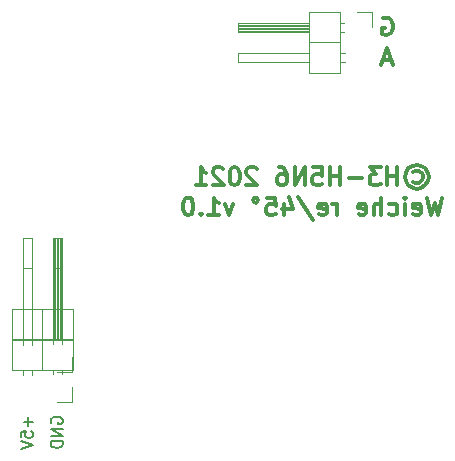
<source format=gbo>
G04 #@! TF.GenerationSoftware,KiCad,Pcbnew,5.1.10*
G04 #@! TF.CreationDate,2021-05-04T22:43:39+02:00*
G04 #@! TF.ProjectId,Weichensimulator-45rechts,57656963-6865-46e7-9369-6d756c61746f,rev?*
G04 #@! TF.SameCoordinates,Original*
G04 #@! TF.FileFunction,Legend,Bot*
G04 #@! TF.FilePolarity,Positive*
%FSLAX46Y46*%
G04 Gerber Fmt 4.6, Leading zero omitted, Abs format (unit mm)*
G04 Created by KiCad (PCBNEW 5.1.10) date 2021-05-04 22:43:39*
%MOMM*%
%LPD*%
G01*
G04 APERTURE LIST*
%ADD10C,0.150000*%
%ADD11C,0.300000*%
%ADD12C,0.120000*%
%ADD13C,3.200000*%
%ADD14C,1.800000*%
%ADD15C,0.100000*%
%ADD16C,1.500000*%
%ADD17R,1.800000X1.800000*%
%ADD18O,1.600000X1.600000*%
%ADD19C,1.600000*%
%ADD20O,1.700000X1.700000*%
%ADD21R,1.700000X1.700000*%
G04 APERTURE END LIST*
D10*
X130881428Y-130794285D02*
X130881428Y-131556190D01*
X131262380Y-131175238D02*
X130500476Y-131175238D01*
X130262380Y-132508571D02*
X130262380Y-132032380D01*
X130738571Y-131984761D01*
X130690952Y-132032380D01*
X130643333Y-132127619D01*
X130643333Y-132365714D01*
X130690952Y-132460952D01*
X130738571Y-132508571D01*
X130833809Y-132556190D01*
X131071904Y-132556190D01*
X131167142Y-132508571D01*
X131214761Y-132460952D01*
X131262380Y-132365714D01*
X131262380Y-132127619D01*
X131214761Y-132032380D01*
X131167142Y-131984761D01*
X130262380Y-132841904D02*
X131262380Y-133175238D01*
X130262380Y-133508571D01*
X132850000Y-131318095D02*
X132802380Y-131222857D01*
X132802380Y-131080000D01*
X132850000Y-130937142D01*
X132945238Y-130841904D01*
X133040476Y-130794285D01*
X133230952Y-130746666D01*
X133373809Y-130746666D01*
X133564285Y-130794285D01*
X133659523Y-130841904D01*
X133754761Y-130937142D01*
X133802380Y-131080000D01*
X133802380Y-131175238D01*
X133754761Y-131318095D01*
X133707142Y-131365714D01*
X133373809Y-131365714D01*
X133373809Y-131175238D01*
X133802380Y-131794285D02*
X132802380Y-131794285D01*
X133802380Y-132365714D01*
X132802380Y-132365714D01*
X133802380Y-132841904D02*
X132802380Y-132841904D01*
X132802380Y-133080000D01*
X132850000Y-133222857D01*
X132945238Y-133318095D01*
X133040476Y-133365714D01*
X133230952Y-133413333D01*
X133373809Y-133413333D01*
X133564285Y-133365714D01*
X133659523Y-133318095D01*
X133754761Y-133222857D01*
X133802380Y-133080000D01*
X133802380Y-132841904D01*
D11*
X160932857Y-100580000D02*
X161647142Y-100580000D01*
X160790000Y-101008571D02*
X161290000Y-99508571D01*
X161790000Y-101008571D01*
X160897142Y-97040000D02*
X161040000Y-96968571D01*
X161254285Y-96968571D01*
X161468571Y-97040000D01*
X161611428Y-97182857D01*
X161682857Y-97325714D01*
X161754285Y-97611428D01*
X161754285Y-97825714D01*
X161682857Y-98111428D01*
X161611428Y-98254285D01*
X161468571Y-98397142D01*
X161254285Y-98468571D01*
X161111428Y-98468571D01*
X160897142Y-98397142D01*
X160825714Y-98325714D01*
X160825714Y-97825714D01*
X161111428Y-97825714D01*
X163511428Y-110020714D02*
X163654285Y-109949285D01*
X163940000Y-109949285D01*
X164082857Y-110020714D01*
X164225714Y-110163571D01*
X164297142Y-110306428D01*
X164297142Y-110592142D01*
X164225714Y-110735000D01*
X164082857Y-110877857D01*
X163940000Y-110949285D01*
X163654285Y-110949285D01*
X163511428Y-110877857D01*
X163797142Y-109449285D02*
X164154285Y-109520714D01*
X164511428Y-109735000D01*
X164725714Y-110092142D01*
X164797142Y-110449285D01*
X164725714Y-110806428D01*
X164511428Y-111163571D01*
X164154285Y-111377857D01*
X163797142Y-111449285D01*
X163440000Y-111377857D01*
X163082857Y-111163571D01*
X162868571Y-110806428D01*
X162797142Y-110449285D01*
X162868571Y-110092142D01*
X163082857Y-109735000D01*
X163440000Y-109520714D01*
X163797142Y-109449285D01*
X162154285Y-111163571D02*
X162154285Y-109663571D01*
X162154285Y-110377857D02*
X161297142Y-110377857D01*
X161297142Y-111163571D02*
X161297142Y-109663571D01*
X160725714Y-109663571D02*
X159797142Y-109663571D01*
X160297142Y-110235000D01*
X160082857Y-110235000D01*
X159940000Y-110306428D01*
X159868571Y-110377857D01*
X159797142Y-110520714D01*
X159797142Y-110877857D01*
X159868571Y-111020714D01*
X159940000Y-111092142D01*
X160082857Y-111163571D01*
X160511428Y-111163571D01*
X160654285Y-111092142D01*
X160725714Y-111020714D01*
X159154285Y-110592142D02*
X158011428Y-110592142D01*
X157297142Y-111163571D02*
X157297142Y-109663571D01*
X157297142Y-110377857D02*
X156440000Y-110377857D01*
X156440000Y-111163571D02*
X156440000Y-109663571D01*
X155011428Y-109663571D02*
X155725714Y-109663571D01*
X155797142Y-110377857D01*
X155725714Y-110306428D01*
X155582857Y-110235000D01*
X155225714Y-110235000D01*
X155082857Y-110306428D01*
X155011428Y-110377857D01*
X154940000Y-110520714D01*
X154940000Y-110877857D01*
X155011428Y-111020714D01*
X155082857Y-111092142D01*
X155225714Y-111163571D01*
X155582857Y-111163571D01*
X155725714Y-111092142D01*
X155797142Y-111020714D01*
X154297142Y-111163571D02*
X154297142Y-109663571D01*
X153440000Y-111163571D01*
X153440000Y-109663571D01*
X152082857Y-109663571D02*
X152368571Y-109663571D01*
X152511428Y-109735000D01*
X152582857Y-109806428D01*
X152725714Y-110020714D01*
X152797142Y-110306428D01*
X152797142Y-110877857D01*
X152725714Y-111020714D01*
X152654285Y-111092142D01*
X152511428Y-111163571D01*
X152225714Y-111163571D01*
X152082857Y-111092142D01*
X152011428Y-111020714D01*
X151940000Y-110877857D01*
X151940000Y-110520714D01*
X152011428Y-110377857D01*
X152082857Y-110306428D01*
X152225714Y-110235000D01*
X152511428Y-110235000D01*
X152654285Y-110306428D01*
X152725714Y-110377857D01*
X152797142Y-110520714D01*
X150225714Y-109806428D02*
X150154285Y-109735000D01*
X150011428Y-109663571D01*
X149654285Y-109663571D01*
X149511428Y-109735000D01*
X149440000Y-109806428D01*
X149368571Y-109949285D01*
X149368571Y-110092142D01*
X149440000Y-110306428D01*
X150297142Y-111163571D01*
X149368571Y-111163571D01*
X148440000Y-109663571D02*
X148297142Y-109663571D01*
X148154285Y-109735000D01*
X148082857Y-109806428D01*
X148011428Y-109949285D01*
X147940000Y-110235000D01*
X147940000Y-110592142D01*
X148011428Y-110877857D01*
X148082857Y-111020714D01*
X148154285Y-111092142D01*
X148297142Y-111163571D01*
X148440000Y-111163571D01*
X148582857Y-111092142D01*
X148654285Y-111020714D01*
X148725714Y-110877857D01*
X148797142Y-110592142D01*
X148797142Y-110235000D01*
X148725714Y-109949285D01*
X148654285Y-109806428D01*
X148582857Y-109735000D01*
X148440000Y-109663571D01*
X147368571Y-109806428D02*
X147297142Y-109735000D01*
X147154285Y-109663571D01*
X146797142Y-109663571D01*
X146654285Y-109735000D01*
X146582857Y-109806428D01*
X146511428Y-109949285D01*
X146511428Y-110092142D01*
X146582857Y-110306428D01*
X147440000Y-111163571D01*
X146511428Y-111163571D01*
X145082857Y-111163571D02*
X145940000Y-111163571D01*
X145511428Y-111163571D02*
X145511428Y-109663571D01*
X145654285Y-109877857D01*
X145797142Y-110020714D01*
X145940000Y-110092142D01*
X165940000Y-112213571D02*
X165582857Y-113713571D01*
X165297142Y-112642142D01*
X165011428Y-113713571D01*
X164654285Y-112213571D01*
X163511428Y-113642142D02*
X163654285Y-113713571D01*
X163940000Y-113713571D01*
X164082857Y-113642142D01*
X164154285Y-113499285D01*
X164154285Y-112927857D01*
X164082857Y-112785000D01*
X163940000Y-112713571D01*
X163654285Y-112713571D01*
X163511428Y-112785000D01*
X163440000Y-112927857D01*
X163440000Y-113070714D01*
X164154285Y-113213571D01*
X162797142Y-113713571D02*
X162797142Y-112713571D01*
X162797142Y-112213571D02*
X162868571Y-112285000D01*
X162797142Y-112356428D01*
X162725714Y-112285000D01*
X162797142Y-112213571D01*
X162797142Y-112356428D01*
X161440000Y-113642142D02*
X161582857Y-113713571D01*
X161868571Y-113713571D01*
X162011428Y-113642142D01*
X162082857Y-113570714D01*
X162154285Y-113427857D01*
X162154285Y-112999285D01*
X162082857Y-112856428D01*
X162011428Y-112785000D01*
X161868571Y-112713571D01*
X161582857Y-112713571D01*
X161440000Y-112785000D01*
X160797142Y-113713571D02*
X160797142Y-112213571D01*
X160154285Y-113713571D02*
X160154285Y-112927857D01*
X160225714Y-112785000D01*
X160368571Y-112713571D01*
X160582857Y-112713571D01*
X160725714Y-112785000D01*
X160797142Y-112856428D01*
X158868571Y-113642142D02*
X159011428Y-113713571D01*
X159297142Y-113713571D01*
X159440000Y-113642142D01*
X159511428Y-113499285D01*
X159511428Y-112927857D01*
X159440000Y-112785000D01*
X159297142Y-112713571D01*
X159011428Y-112713571D01*
X158868571Y-112785000D01*
X158797142Y-112927857D01*
X158797142Y-113070714D01*
X159511428Y-113213571D01*
X157011428Y-113713571D02*
X157011428Y-112713571D01*
X157011428Y-112999285D02*
X156940000Y-112856428D01*
X156868571Y-112785000D01*
X156725714Y-112713571D01*
X156582857Y-112713571D01*
X155511428Y-113642142D02*
X155654285Y-113713571D01*
X155940000Y-113713571D01*
X156082857Y-113642142D01*
X156154285Y-113499285D01*
X156154285Y-112927857D01*
X156082857Y-112785000D01*
X155940000Y-112713571D01*
X155654285Y-112713571D01*
X155511428Y-112785000D01*
X155440000Y-112927857D01*
X155440000Y-113070714D01*
X156154285Y-113213571D01*
X153725714Y-112142142D02*
X155011428Y-114070714D01*
X152582857Y-112713571D02*
X152582857Y-113713571D01*
X152940000Y-112142142D02*
X153297142Y-113213571D01*
X152368571Y-113213571D01*
X151082857Y-112213571D02*
X151797142Y-112213571D01*
X151868571Y-112927857D01*
X151797142Y-112856428D01*
X151654285Y-112785000D01*
X151297142Y-112785000D01*
X151154285Y-112856428D01*
X151082857Y-112927857D01*
X151011428Y-113070714D01*
X151011428Y-113427857D01*
X151082857Y-113570714D01*
X151154285Y-113642142D01*
X151297142Y-113713571D01*
X151654285Y-113713571D01*
X151797142Y-113642142D01*
X151868571Y-113570714D01*
X150154285Y-112213571D02*
X150297142Y-112285000D01*
X150368571Y-112427857D01*
X150297142Y-112570714D01*
X150154285Y-112642142D01*
X150011428Y-112570714D01*
X149940000Y-112427857D01*
X150011428Y-112285000D01*
X150154285Y-112213571D01*
X148225714Y-112713571D02*
X147868571Y-113713571D01*
X147511428Y-112713571D01*
X146154285Y-113713571D02*
X147011428Y-113713571D01*
X146582857Y-113713571D02*
X146582857Y-112213571D01*
X146725714Y-112427857D01*
X146868571Y-112570714D01*
X147011428Y-112642142D01*
X145511428Y-113570714D02*
X145440000Y-113642142D01*
X145511428Y-113713571D01*
X145582857Y-113642142D01*
X145511428Y-113570714D01*
X145511428Y-113713571D01*
X144511428Y-112213571D02*
X144368571Y-112213571D01*
X144225714Y-112285000D01*
X144154285Y-112356428D01*
X144082857Y-112499285D01*
X144011428Y-112785000D01*
X144011428Y-113142142D01*
X144082857Y-113427857D01*
X144154285Y-113570714D01*
X144225714Y-113642142D01*
X144368571Y-113713571D01*
X144511428Y-113713571D01*
X144654285Y-113642142D01*
X144725714Y-113570714D01*
X144797142Y-113427857D01*
X144868571Y-113142142D01*
X144868571Y-112785000D01*
X144797142Y-112499285D01*
X144725714Y-112356428D01*
X144654285Y-112285000D01*
X144511428Y-112213571D01*
D12*
X160020000Y-96520000D02*
X158750000Y-96520000D01*
X160020000Y-97790000D02*
X160020000Y-96520000D01*
X157707071Y-100710000D02*
X157310000Y-100710000D01*
X157707071Y-99950000D02*
X157310000Y-99950000D01*
X148650000Y-100710000D02*
X154650000Y-100710000D01*
X148650000Y-99950000D02*
X148650000Y-100710000D01*
X154650000Y-99950000D02*
X148650000Y-99950000D01*
X157310000Y-99060000D02*
X154650000Y-99060000D01*
X157640000Y-98170000D02*
X157310000Y-98170000D01*
X157640000Y-97410000D02*
X157310000Y-97410000D01*
X154650000Y-98070000D02*
X148650000Y-98070000D01*
X154650000Y-97950000D02*
X148650000Y-97950000D01*
X154650000Y-97830000D02*
X148650000Y-97830000D01*
X154650000Y-97710000D02*
X148650000Y-97710000D01*
X154650000Y-97590000D02*
X148650000Y-97590000D01*
X154650000Y-97470000D02*
X148650000Y-97470000D01*
X148650000Y-98170000D02*
X154650000Y-98170000D01*
X148650000Y-97410000D02*
X148650000Y-98170000D01*
X154650000Y-97410000D02*
X148650000Y-97410000D01*
X154650000Y-96460000D02*
X157310000Y-96460000D01*
X154650000Y-101660000D02*
X154650000Y-96460000D01*
X157310000Y-101660000D02*
X154650000Y-101660000D01*
X157310000Y-96460000D02*
X157310000Y-101660000D01*
X134680000Y-124290000D02*
X129480000Y-124290000D01*
X129480000Y-124290000D02*
X129480000Y-121630000D01*
X129480000Y-121630000D02*
X134680000Y-121630000D01*
X134680000Y-121630000D02*
X134680000Y-124290000D01*
X133730000Y-121630000D02*
X133730000Y-115630000D01*
X133730000Y-115630000D02*
X132970000Y-115630000D01*
X132970000Y-115630000D02*
X132970000Y-121630000D01*
X133670000Y-121630000D02*
X133670000Y-115630000D01*
X133550000Y-121630000D02*
X133550000Y-115630000D01*
X133430000Y-121630000D02*
X133430000Y-115630000D01*
X133310000Y-121630000D02*
X133310000Y-115630000D01*
X133190000Y-121630000D02*
X133190000Y-115630000D01*
X133070000Y-121630000D02*
X133070000Y-115630000D01*
X133730000Y-124620000D02*
X133730000Y-124290000D01*
X132970000Y-124620000D02*
X132970000Y-124290000D01*
X132080000Y-124290000D02*
X132080000Y-121630000D01*
X131190000Y-121630000D02*
X131190000Y-115630000D01*
X131190000Y-115630000D02*
X130430000Y-115630000D01*
X130430000Y-115630000D02*
X130430000Y-121630000D01*
X131190000Y-124687071D02*
X131190000Y-124290000D01*
X130430000Y-124687071D02*
X130430000Y-124290000D01*
X133350000Y-127000000D02*
X134620000Y-127000000D01*
X134620000Y-127000000D02*
X134620000Y-125730000D01*
X134620000Y-129540000D02*
X134620000Y-128270000D01*
X133350000Y-129540000D02*
X134620000Y-129540000D01*
X130430000Y-127227071D02*
X130430000Y-126830000D01*
X131190000Y-127227071D02*
X131190000Y-126830000D01*
X130430000Y-118170000D02*
X130430000Y-124170000D01*
X131190000Y-118170000D02*
X130430000Y-118170000D01*
X131190000Y-124170000D02*
X131190000Y-118170000D01*
X132080000Y-126830000D02*
X132080000Y-124170000D01*
X132970000Y-127160000D02*
X132970000Y-126830000D01*
X133730000Y-127160000D02*
X133730000Y-126830000D01*
X133070000Y-124170000D02*
X133070000Y-118170000D01*
X133190000Y-124170000D02*
X133190000Y-118170000D01*
X133310000Y-124170000D02*
X133310000Y-118170000D01*
X133430000Y-124170000D02*
X133430000Y-118170000D01*
X133550000Y-124170000D02*
X133550000Y-118170000D01*
X133670000Y-124170000D02*
X133670000Y-118170000D01*
X132970000Y-118170000D02*
X132970000Y-124170000D01*
X133730000Y-118170000D02*
X132970000Y-118170000D01*
X133730000Y-124170000D02*
X133730000Y-118170000D01*
X134680000Y-124170000D02*
X134680000Y-126830000D01*
X129480000Y-124170000D02*
X134680000Y-124170000D01*
X129480000Y-126830000D02*
X129480000Y-124170000D01*
X134680000Y-126830000D02*
X129480000Y-126830000D01*
%LPC*%
D13*
X139700000Y-115570000D03*
D14*
X139613949Y-106593949D03*
D15*
G36*
X142682792Y-108390000D02*
G01*
X141410000Y-109662792D01*
X140137208Y-108390000D01*
X141410000Y-107117208D01*
X142682792Y-108390000D01*
G37*
D16*
X163830000Y-107950000D03*
X161290000Y-107950000D03*
X156210000Y-107950000D03*
X151130000Y-107950000D03*
X146050000Y-107950000D03*
X146050000Y-115570000D03*
X151130000Y-115570000D03*
X156210000Y-115570000D03*
X161290000Y-115570000D03*
X163830000Y-115570000D03*
D17*
X148590000Y-125730000D03*
D14*
X148590000Y-128270000D03*
X157566051Y-124546051D03*
D15*
G36*
X154497208Y-122750000D02*
G01*
X155770000Y-121477208D01*
X157042792Y-122750000D01*
X155770000Y-124022792D01*
X154497208Y-122750000D01*
G37*
D18*
X140970000Y-128270000D03*
D19*
X140970000Y-120650000D03*
D20*
X158750000Y-100330000D03*
D21*
X158750000Y-97790000D03*
X133350000Y-125730000D03*
D20*
X130810000Y-125730000D03*
X130810000Y-128270000D03*
D21*
X133350000Y-128270000D03*
D13*
X163830000Y-130810000D03*
M02*

</source>
